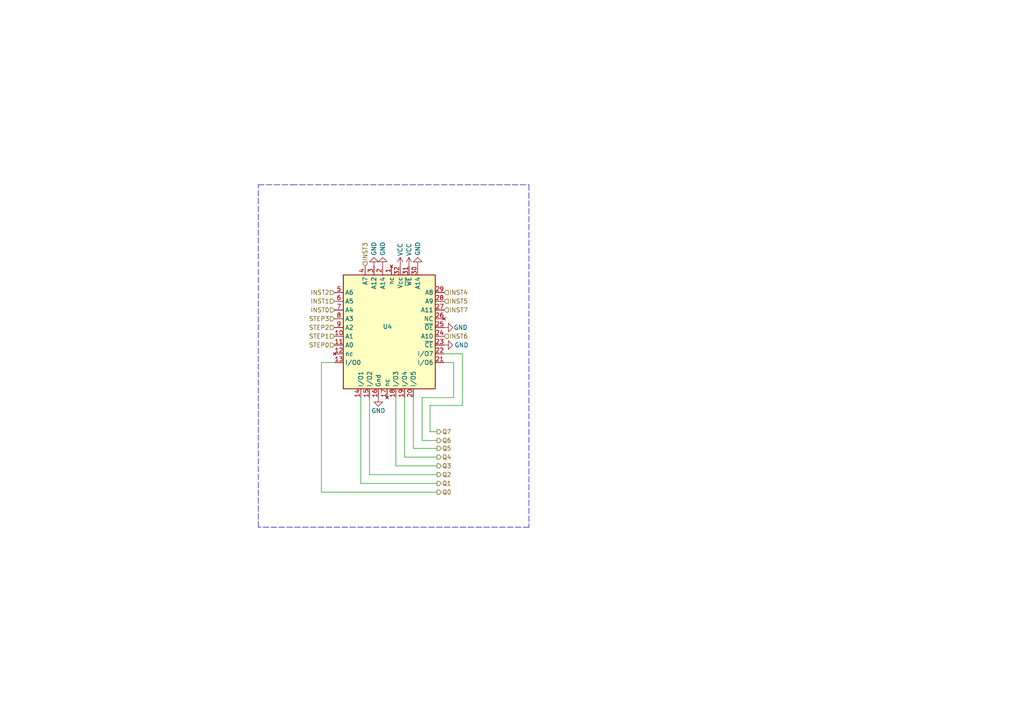
<source format=kicad_sch>
(kicad_sch (version 20211123) (generator eeschema)
  (paper "A4")
  (lib_symbols
    (symbol "Stephen:PLCC32_28_28C256"
      (property "Reference" "U" (at 19.05 -22.86 0))
      (property "Value" "PLCC32_28_28C256" (at 10.16 -20.32 0))
      (symbol "PLCC32_28_28C256_1_1"
        (rectangle (start -12.7 15.24) (end 13.97 -17.78) (stroke (width 0.254)) (fill (type background)))
        (pin no_connect line (at 1.27 17.78 270) (length 2.54) (name "nc") (number "1"))
        (pin input line (at -15.24 -2.54 0) (length 2.54) (name "A1") (number "10"))
        (pin input line (at -15.24 -5.08 0) (length 2.54) (name "A0") (number "11"))
        (pin no_connect line (at -15.24 -7.62 0) (length 2.54) (name "nc") (number "12"))
        (pin bidirectional line (at -15.24 -10.16 0) (length 2.54) (name "I/O0") (number "13"))
        (pin bidirectional line (at -7.62 -20.32 90) (length 2.54) (name "I/O1") (number "14"))
        (pin bidirectional line (at -5.08 -20.32 90) (length 2.54) (name "I/O2") (number "15"))
        (pin power_in line (at -2.54 -20.32 90) (length 2.54) (name "Gnd") (number "16"))
        (pin no_connect line (at 0 -20.32 90) (length 2.54) (name "nc") (number "17"))
        (pin bidirectional line (at 2.54 -20.32 90) (length 2.54) (name "I/O3") (number "18"))
        (pin bidirectional line (at 5.08 -20.32 90) (length 2.54) (name "I/O4") (number "19"))
        (pin input line (at -1.27 17.78 270) (length 2.54) (name "A14") (number "2"))
        (pin bidirectional line (at 7.62 -20.32 90) (length 2.54) (name "I/O5") (number "20"))
        (pin bidirectional line (at 16.51 -10.16 180) (length 2.54) (name "I/O6") (number "21"))
        (pin bidirectional line (at 16.51 -7.62 180) (length 2.54) (name "I/O7") (number "22"))
        (pin input line (at 16.51 -5.08 180) (length 2.54) (name "~{CE}") (number "23"))
        (pin input line (at 16.51 -2.54 180) (length 2.54) (name "A10") (number "24"))
        (pin input line (at 16.51 0 180) (length 2.54) (name "~{OE}") (number "25"))
        (pin no_connect line (at 16.51 2.54 180) (length 2.54) (name "NC") (number "26"))
        (pin input line (at 16.51 5.08 180) (length 2.54) (name "A11") (number "27"))
        (pin input line (at 16.51 7.62 180) (length 2.54) (name "A9") (number "28"))
        (pin input line (at 16.51 10.16 180) (length 2.54) (name "A8") (number "29"))
        (pin input line (at -3.81 17.78 270) (length 2.54) (name "A12") (number "3"))
        (pin input line (at 8.89 17.78 270) (length 2.54) (name "A14") (number "30"))
        (pin input line (at 6.35 17.78 270) (length 2.54) (name "~{WE}") (number "31"))
        (pin power_in line (at 3.81 17.78 270) (length 2.54) (name "Vcc") (number "32"))
        (pin input line (at -6.35 17.78 270) (length 2.54) (name "A7") (number "4"))
        (pin input line (at -15.24 10.16 0) (length 2.54) (name "A6") (number "5"))
        (pin input line (at -15.24 7.62 0) (length 2.54) (name "A5") (number "6"))
        (pin input line (at -15.24 5.08 0) (length 2.54) (name "A4") (number "7"))
        (pin input line (at -15.24 2.54 0) (length 2.54) (name "A3") (number "8"))
        (pin input line (at -15.24 0 0) (length 2.54) (name "A2") (number "9"))
      )
    )
    (symbol "power:GND" (power) (pin_names (offset 0))
      (property "Value" "GND" (at 0 -3.81 0))
      (symbol "GND_0_1"
        (polyline (pts (xy 0 0) (xy 0 -1.27) (xy 1.27 -1.27) (xy 0 -2.54) (xy -1.27 -1.27) (xy 0 -1.27)))
      )
      (symbol "GND_1_1"
        (pin power_in line (at 0 0 270) (length 0) hide (name "GND") (number "1"))
      )
    )
    (symbol "power:VCC" (power) (pin_names (offset 0))
      (property "Value" "VCC" (at 0 3.81 0))
      (symbol "VCC_0_1"
        (polyline (pts (xy -0.762 1.27) (xy 0 2.54)))
        (polyline (pts (xy 0 0) (xy 0 2.54)))
        (polyline (pts (xy 0 2.54) (xy 0.762 1.27)))
      )
      (symbol "VCC_1_1"
        (pin power_in line (at 0 0 90) (length 0) hide (name "VCC") (number "1"))
      )
    )
  )
  (wire (pts (xy 122.428 127.762) (xy 122.428 115.316)))
  (wire (pts (xy 117.348 115.316) (xy 117.348 132.588)))
  (wire (pts (xy 128.778 102.616) (xy 134.112 102.616)))
  (wire (pts (xy 134.112 102.616) (xy 134.112 117.602)))
  (wire (pts (xy 97.028 105.156) (xy 93.218 105.156)))
  (polyline (pts (xy 74.93 152.908) (xy 74.93 53.594)))
  (wire (pts (xy 134.112 117.602) (xy 124.714 117.602)))
  (wire (pts (xy 114.808 135.128) (xy 114.808 115.316)))
  (wire (pts (xy 93.218 105.156) (xy 93.218 142.748)))
  (wire (pts (xy 104.648 140.208) (xy 104.648 115.316)))
  (wire (pts (xy 126.746 135.128) (xy 114.808 135.128)))
  (wire (pts (xy 126.746 140.208) (xy 104.648 140.208)))
  (wire (pts (xy 107.188 115.316) (xy 107.188 137.668)))
  (polyline (pts (xy 153.416 152.908) (xy 74.93 152.908)))
  (wire (pts (xy 119.888 130.048) (xy 119.888 115.316)))
  (wire (pts (xy 93.218 142.748) (xy 126.746 142.748)))
  (wire (pts (xy 126.746 130.048) (xy 119.888 130.048)))
  (polyline (pts (xy 84.582 53.594) (xy 153.416 53.594)))
  (wire (pts (xy 131.572 105.156) (xy 128.778 105.156)))
  (wire (pts (xy 124.714 125.222) (xy 126.746 125.222)))
  (wire (pts (xy 131.572 115.316) (xy 131.572 105.156)))
  (wire (pts (xy 126.746 127.762) (xy 122.428 127.762)))
  (polyline (pts (xy 74.93 53.594) (xy 85.09 53.594)))
  (wire (pts (xy 124.714 117.602) (xy 124.714 125.222)))
  (polyline (pts (xy 153.416 53.594) (xy 153.416 152.908)))
  (wire (pts (xy 122.428 115.316) (xy 131.572 115.316)))
  (wire (pts (xy 107.188 137.668) (xy 126.746 137.668)))
  (wire (pts (xy 117.348 132.588) (xy 126.746 132.588)))
  (hierarchical_label "INST0" (shape input) (at 97.028 89.916 180))
  (hierarchical_label "Q4" (shape output) (at 126.746 132.588 0))
  (hierarchical_label "STEP0" (shape input) (at 97.028 100.076 180))
  (hierarchical_label "INST5" (shape input) (at 128.778 87.376 0))
  (hierarchical_label "Q3" (shape output) (at 126.746 135.128 0))
  (hierarchical_label "Q1" (shape output) (at 126.746 140.208 0))
  (hierarchical_label "INST7" (shape input) (at 128.778 89.916 0))
  (hierarchical_label "Q6" (shape output) (at 126.746 127.762 0))
  (hierarchical_label "INST6" (shape input) (at 128.778 97.536 0))
  (hierarchical_label "INST3" (shape input) (at 105.918 77.216 90))
  (hierarchical_label "Q2" (shape output) (at 126.746 137.668 0))
  (hierarchical_label "Q5" (shape output) (at 126.746 130.048 0))
  (hierarchical_label "INST4" (shape input) (at 128.778 84.836 0))
  (hierarchical_label "Q0" (shape output) (at 126.746 142.748 0))
  (hierarchical_label "STEP1" (shape input) (at 97.028 97.536 180))
  (hierarchical_label "STEP2" (shape input) (at 97.028 94.996 180))
  (hierarchical_label "INST1" (shape input) (at 97.028 87.376 180))
  (hierarchical_label "Q7" (shape output) (at 126.746 125.222 0))
  (hierarchical_label "INST2" (shape input) (at 97.028 84.836 180))
  (hierarchical_label "STEP3" (shape input) (at 97.028 92.456 180))
  (symbol (lib_id "Stephen:PLCC32_28_28C256") (at 112.268 94.996 0) (unit 1)
    (property "Reference" "U4" (at 110.998 94.742 0) (effects (justify left)))
    (property "Value" "PLCC32_28_28C256" (effects hide))
    (property "Footprint" "Stephenv6:PLCC-32-SOCKET-Microchip-32J-10_2001-B-IPC_A" (effects hide))
    (property "Datasheet" "http://ww1.microchip.com/downloads/en/DeviceDoc/doc0006.pdf" (effects hide))
  )
  (symbol (lib_id "power:GND") (at 121.158 77.216 180) (unit 1)
    (property "Reference" "#PWR024" (effects hide))
    (property "Value" "GND" (at 121.158 70.104 90) (effects (justify left)))
  )
  (symbol (lib_id "power:GND") (at 108.458 77.216 180) (unit 1)
    (property "Reference" "#PWR019" (effects hide))
    (property "Value" "GND" (at 108.458 70.104 90) (effects (justify left)))
  )
  (symbol (lib_id "power:GND") (at 109.728 115.316 0) (unit 1)
    (property "Reference" "#PWR020" (effects hide))
    (property "Value" "GND" (at 107.696 119.126 0) (effects (justify left)))
  )
  (symbol (lib_id "power:GND") (at 128.778 94.996 90) (unit 1)
    (property "Reference" "#PWR025" (effects hide))
    (property "Value" "GND" (at 135.636 94.996 90) (effects (justify left)))
  )
  (symbol (lib_id "power:VCC") (at 118.618 77.216 0) (unit 1)
    (property "Reference" "#PWR023" (effects hide))
    (property "Value" "VCC" (at 118.618 72.39 90))
  )
  (symbol (lib_id "power:GND") (at 110.998 77.216 180) (unit 1)
    (property "Reference" "#PWR021" (effects hide))
    (property "Value" "GND" (at 110.998 70.104 90) (effects (justify left)))
  )
  (symbol (lib_id "power:GND") (at 128.778 100.076 90) (unit 1)
    (property "Reference" "#PWR026" (effects hide))
    (property "Value" "GND" (at 135.89 100.076 90) (effects (justify left)))
  )
  (symbol (lib_id "power:VCC") (at 116.078 77.216 0) (unit 1)
    (property "Reference" "#PWR022" (effects hide))
    (property "Value" "VCC" (at 116.078 72.39 90))
  )
)
</source>
